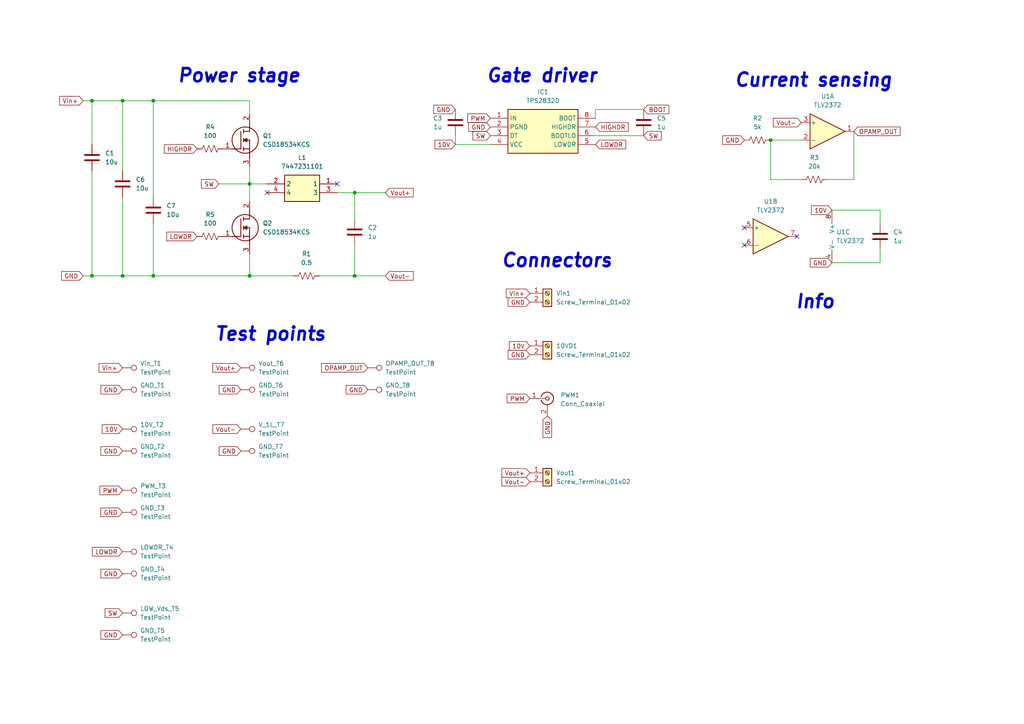
<source format=kicad_sch>
(kicad_sch (version 20250114) (generator "eeschema") (generator_version "9.0")
  (paper "A4")
  (lib_symbols
    (symbol "Amplifier_Operational:TLV2372" (pin_names (offset 0.127))
      (property "Reference" "U" (at 0 5.08 0))
      (property "Value" "TLV2372" (at 0 -5.08 0))
      (symbol "TLV2372_1_1"
        (polyline (pts (xy -5.08 5.08) (xy 5.08 0) (xy -5.08 -5.08) (xy -5.08 5.08)) (stroke (width 0.254)) (fill (type background)))
        (pin input line (at -7.62 2.54 0) (length 2.54) (name "+") (number "3"))
        (pin input line (at -7.62 -2.54 0) (length 2.54) (name "-") (number "2"))
        (pin output line (at 7.62 0 180) (length 2.54) (name "~") (number "1"))
      )
      (symbol "TLV2372_2_1"
        (polyline (pts (xy -5.08 5.08) (xy 5.08 0) (xy -5.08 -5.08) (xy -5.08 5.08)) (stroke (width 0.254)) (fill (type background)))
        (pin input line (at -7.62 2.54 0) (length 2.54) (name "+") (number "5"))
        (pin input line (at -7.62 -2.54 0) (length 2.54) (name "-") (number "6"))
        (pin output line (at 7.62 0 180) (length 2.54) (name "~") (number "7"))
      )
      (symbol "TLV2372_3_1"
        (pin power_in line (at -2.54 7.62 270) (length 3.81) (name "V+") (number "8"))
        (pin power_in line (at -2.54 -7.62 90) (length 3.81) (name "V-") (number "4"))
      )
    )
    (symbol "BuckParts:7447231101"
      (property "Reference" "L" (at 0 0 0))
      (property "Value" "7447231101" (at 0 0 0))
      (symbol "7447231101_1_1"
        (rectangle (start 5.08 2.54) (end 15.24 -5.08) (stroke (width 0.254)) (fill (type background)))
        (pin passive line (at 0 0 0) (length 5.08) (name "3") (number "3"))
        (pin passive line (at 0 -2.54 0) (length 5.08) (name "1") (number "1"))
        (pin passive line (at 20.32 0 180) (length 5.08) (name "4") (number "4"))
        (pin passive line (at 20.32 -2.54 180) (length 5.08) (name "2") (number "2"))
      )
    )
    (symbol "BuckParts:CSD18534KCS" (pin_names (hide yes))
      (property "Reference" "Q" (at 0 0 0))
      (property "Value" "CSD18534KCS" (at 0 0 0))
      (symbol "CSD18534KCS_1_1"
        (polyline (pts (xy 2.54 0) (xy 5.08 0)) (stroke (width 0.254)))
        (polyline (pts (xy 5.08 5.08) (xy 5.08 0)) (stroke (width 0.254)))
        (polyline (pts (xy 5.842 5.588) (xy 5.842 4.572)) (stroke (width 0.254)))
        (polyline (pts (xy 5.842 2.54) (xy 6.858 3.048) (xy 6.858 2.032) (xy 5.842 2.54)) (stroke (width 0.254)) (fill (type outline)))
        (polyline (pts (xy 5.842 2.032) (xy 5.842 3.048)) (stroke (width 0.254)))
        (polyline (pts (xy 5.842 0) (xy 7.62 0)) (stroke (width 0.254)))
        (polyline (pts (xy 5.842 -0.508) (xy 5.842 0.508)) (stroke (width 0.254)))
        (circle (center 6.35 2.54) (radius 3.81) (stroke (width 0.254)))
        (polyline (pts (xy 7.62 5.08) (xy 5.842 5.08)) (stroke (width 0.254)))
        (polyline (pts (xy 7.62 5.08) (xy 7.62 7.62)) (stroke (width 0.254)))
        (polyline (pts (xy 7.62 2.54) (xy 5.842 2.54)) (stroke (width 0.254)))
        (polyline (pts (xy 7.62 2.54) (xy 7.62 -2.54)) (stroke (width 0.254)))
        (pin passive line (at 0 0 0) (length 2.54) (name "G") (number "1"))
        (pin passive line (at 7.62 10.16 270) (length 2.54) (name "D") (number "2"))
        (pin passive line (at 7.62 -5.08 90) (length 2.54) (name "S") (number "3"))
      )
    )
    (symbol "BuckParts:TPS2832D"
      (property "Reference" "IC" (at 0 0 0))
      (property "Value" "TPS2832D" (at 0 0 0))
      (symbol "TPS2832D_1_1"
        (rectangle (start 5.08 2.54) (end 25.4 -10.16) (stroke (width 0.254)) (fill (type background)))
        (pin passive line (at 0 0 0) (length 5.08) (name "IN") (number "1"))
        (pin passive line (at 0 -2.54 0) (length 5.08) (name "PGND") (number "2"))
        (pin passive line (at 0 -5.08 0) (length 5.08) (name "DT") (number "3"))
        (pin passive line (at 0 -7.62 0) (length 5.08) (name "VCC") (number "4"))
        (pin passive line (at 30.48 0 180) (length 5.08) (name "BOOT") (number "8"))
        (pin passive line (at 30.48 -2.54 180) (length 5.08) (name "HIGHDR") (number "7"))
        (pin passive line (at 30.48 -5.08 180) (length 5.08) (name "BOOTLO") (number "6"))
        (pin passive line (at 30.48 -7.62 180) (length 5.08) (name "LOWDR") (number "5"))
      )
    )
    (symbol "Connector:Conn_Coaxial" (pin_names (offset 1.016) (hide yes))
      (property "Reference" "J" (at 0.254 3.048 0))
      (property "Value" "Conn_Coaxial" (at 2.921 0 90))
      (symbol "Conn_Coaxial_0_1"
        (polyline (pts (xy -2.54 0) (xy -0.508 0)))
        (arc (start 1.778 0) (mid 0.222 -1.8079) (end -1.778 -0.508) (stroke (width 0.254)))
        (arc (start -1.778 0.508) (mid 0.2221 1.8084) (end 1.778 0) (stroke (width 0.254)))
        (circle (center 0 0) (radius 0.508) (stroke (width 0.2032)))
        (polyline (pts (xy 0 -2.54) (xy 0 -1.778)))
      )
      (symbol "Conn_Coaxial_1_1"
        (pin passive line (at -5.08 0 0) (length 2.54) (name "In") (number "1"))
        (pin passive line (at 0 -5.08 90) (length 2.54) (name "Ext") (number "2"))
      )
    )
    (symbol "Connector:Screw_Terminal_01x02" (pin_names (offset 1.016) (hide yes))
      (property "Reference" "J" (at 0 2.54 0))
      (property "Value" "Screw_Terminal_01x02" (at 0 -5.08 0))
      (symbol "Screw_Terminal_01x02_1_1"
        (rectangle (start -1.27 1.27) (end 1.27 -3.81) (stroke (width 0.254)) (fill (type background)))
        (polyline (pts (xy -0.5334 0.3302) (xy 0.3302 -0.508)) (stroke (width 0.1524)))
        (polyline (pts (xy -0.5334 -2.2098) (xy 0.3302 -3.048)) (stroke (width 0.1524)))
        (polyline (pts (xy -0.3556 0.508) (xy 0.508 -0.3302)) (stroke (width 0.1524)))
        (polyline (pts (xy -0.3556 -2.032) (xy 0.508 -2.8702)) (stroke (width 0.1524)))
        (circle (center 0 0) (radius 0.635) (stroke (width 0.1524)))
        (circle (center 0 -2.54) (radius 0.635) (stroke (width 0.1524)))
        (pin passive line (at -5.08 0 0) (length 3.81) (name "Pin_1") (number "1"))
        (pin passive line (at -5.08 -2.54 0) (length 3.81) (name "Pin_2") (number "2"))
      )
    )
    (symbol "Connector:TestPoint" (pin_numbers (hide yes)) (pin_names (offset 0.762) (hide yes))
      (property "Reference" "TP" (at 0 6.858 0))
      (property "Value" "TestPoint" (at 0 5.08 0))
      (symbol "TestPoint_0_1"
        (circle (center 0 3.302) (radius 0.762))
      )
      (symbol "TestPoint_1_1"
        (pin passive line (at 0 0 90) (length 2.54) (name "1") (number "1"))
      )
    )
    (symbol "Device:C" (pin_numbers (hide yes)) (pin_names (offset 0.254))
      (property "Reference" "C" (at 0.635 2.54 0))
      (property "Value" "C" (at 0.635 -2.54 0))
      (symbol "C_0_1"
        (polyline (pts (xy -2.032 0.762) (xy 2.032 0.762)) (stroke (width 0.508)))
        (polyline (pts (xy -2.032 -0.762) (xy 2.032 -0.762)) (stroke (width 0.508)))
      )
      (symbol "C_1_1"
        (pin passive line (at 0 3.81 270) (length 2.794) (name "~") (number "1"))
        (pin passive line (at 0 -3.81 90) (length 2.794) (name "~") (number "2"))
      )
    )
    (symbol "Device:R_US" (pin_numbers (hide yes)) (pin_names (offset 0))
      (property "Reference" "R" (at 2.54 0 90))
      (property "Value" "R_US" (at -2.54 0 90))
      (symbol "R_US_0_1"
        (polyline (pts (xy 0 2.286) (xy 0 2.54)))
        (polyline (pts (xy 0 2.286) (xy 1.016 1.905) (xy 0 1.524) (xy -1.016 1.143) (xy 0 0.762)))
        (polyline (pts (xy 0 0.762) (xy 1.016 0.381) (xy 0 0) (xy -1.016 -0.381) (xy 0 -0.762)))
        (polyline (pts (xy 0 -0.762) (xy 1.016 -1.143) (xy 0 -1.524) (xy -1.016 -1.905) (xy 0 -2.286)))
        (polyline (pts (xy 0 -2.286) (xy 0 -2.54)))
      )
      (symbol "R_US_1_1"
        (pin passive line (at 0 3.81 270) (length 1.27) (name "~") (number "1"))
        (pin passive line (at 0 -3.81 90) (length 1.27) (name "~") (number "2"))
      )
    )
  )
  (text "Current sensing" (at 235.966 23.368 0) (effects (font (size 3.81 3.81) (thickness 0.762) (bold yes) (italic yes))))
  (text "Info" (at 236.474 87.63 0) (effects (font (size 3.81 3.81) (thickness 0.762) (bold yes) (italic yes))))
  (text "Gate driver\n" (at 157.226 22.098 0) (effects (font (size 3.81 3.81) (thickness 0.762) (bold yes) (italic yes))))
  (text "Connectors" (at 161.544 75.692 0) (effects (font (size 3.81 3.81) (thickness 0.762) (bold yes) (italic yes))))
  (text "Test points" (at 78.486 97.028 0) (effects (font (size 3.81 3.81) (thickness 0.762) (bold yes) (italic yes))))
  (text "Power stage" (at 69.342 22.098 0) (effects (font (size 3.81 3.81) (thickness 0.762) (bold yes) (italic yes))))
  (junction (at 72.39 80.01))
  (junction (at 26.67 80.01))
  (junction (at 35.56 29.21))
  (junction (at 26.67 29.21))
  (junction (at 35.56 80.01))
  (junction (at 72.39 53.34))
  (junction (at 44.45 29.21))
  (junction (at 44.45 80.01))
  (junction (at 102.87 80.01))
  (junction (at 102.87 55.88))
  (junction (at 223.52 40.64))
  (no_connect (at 77.47 55.88))
  (no_connect (at 215.9 66.04))
  (no_connect (at 215.9 71.12))
  (no_connect (at 231.14 68.58))
  (no_connect (at 97.79 53.34))
  (wire (pts (xy 72.39 48.26) (xy 72.39 53.34)))
  (wire (pts (xy 102.87 80.01) (xy 102.87 71.12)))
  (wire (pts (xy 92.71 80.01) (xy 102.87 80.01)))
  (wire (pts (xy 247.65 52.07) (xy 240.03 52.07)))
  (wire (pts (xy 63.5 53.34) (xy 72.39 53.34)))
  (wire (pts (xy 35.56 29.21) (xy 35.56 49.53)))
  (wire (pts (xy 102.87 55.88) (xy 102.87 63.5)))
  (wire (pts (xy 26.67 49.53) (xy 26.67 80.01)))
  (wire (pts (xy 35.56 80.01) (xy 44.45 80.01)))
  (wire (pts (xy 72.39 33.02) (xy 72.39 29.21)))
  (wire (pts (xy 172.72 31.75) (xy 172.72 34.29)))
  (wire (pts (xy 44.45 80.01) (xy 72.39 80.01)))
  (wire (pts (xy 102.87 80.01) (xy 111.76 80.01)))
  (wire (pts (xy 232.41 52.07) (xy 223.52 52.07)))
  (wire (pts (xy 102.87 55.88) (xy 111.76 55.88)))
  (wire (pts (xy 72.39 53.34) (xy 77.47 53.34)))
  (wire (pts (xy 24.13 80.01) (xy 26.67 80.01)))
  (wire (pts (xy 186.69 31.75) (xy 172.72 31.75)))
  (wire (pts (xy 35.56 57.15) (xy 35.56 80.01)))
  (wire (pts (xy 223.52 52.07) (xy 223.52 40.64)))
  (wire (pts (xy 44.45 64.77) (xy 44.45 80.01)))
  (wire (pts (xy 172.72 39.37) (xy 186.69 39.37)))
  (wire (pts (xy 255.27 64.77) (xy 255.27 60.96)))
  (wire (pts (xy 255.27 60.96) (xy 241.3 60.96)))
  (wire (pts (xy 44.45 57.15) (xy 44.45 29.21)))
  (wire (pts (xy 132.08 41.91) (xy 142.24 41.91)))
  (wire (pts (xy 44.45 29.21) (xy 72.39 29.21)))
  (wire (pts (xy 26.67 80.01) (xy 35.56 80.01)))
  (wire (pts (xy 72.39 73.66) (xy 72.39 80.01)))
  (wire (pts (xy 97.79 55.88) (xy 102.87 55.88)))
  (wire (pts (xy 247.65 38.1) (xy 247.65 52.07)))
  (wire (pts (xy 132.08 39.37) (xy 132.08 41.91)))
  (wire (pts (xy 24.13 29.21) (xy 26.67 29.21)))
  (wire (pts (xy 26.67 41.91) (xy 26.67 29.21)))
  (wire (pts (xy 26.67 29.21) (xy 35.56 29.21)))
  (wire (pts (xy 223.52 40.64) (xy 232.41 40.64)))
  (wire (pts (xy 72.39 53.34) (xy 72.39 58.42)))
  (wire (pts (xy 72.39 80.01) (xy 85.09 80.01)))
  (wire (pts (xy 255.27 76.2) (xy 255.27 72.39)))
  (wire (pts (xy 241.3 76.2) (xy 255.27 76.2)))
  (wire (pts (xy 44.45 29.21) (xy 35.56 29.21)))
  (global_label "Vout-" (shape input) (at 153.67 139.7 180) (property "Intersheetrefs" "${INTERSHEET_REFS}" (effects (hide yes))))
  (global_label "LOWDR" (shape input) (at 35.56 160.02 180) (property "Intersheetrefs" "${INTERSHEET_REFS}" (effects (hide yes))))
  (global_label "BOOT" (shape input) (at 186.69 31.75 0) (property "Intersheetrefs" "${INTERSHEET_REFS}" (effects (hide yes))))
  (global_label "SW" (shape input) (at 63.5 53.34 180) (property "Intersheetrefs" "${INTERSHEET_REFS}" (effects (hide yes))))
  (global_label "Vout+" (shape input) (at 153.67 137.16 180) (property "Intersheetrefs" "${INTERSHEET_REFS}" (effects (hide yes))))
  (global_label "GND" (shape input) (at 69.85 130.81 180) (property "Intersheetrefs" "${INTERSHEET_REFS}" (effects (hide yes))))
  (global_label "Vout-" (shape input) (at 111.76 80.01 0) (property "Intersheetrefs" "${INTERSHEET_REFS}" (effects (hide yes))))
  (global_label "PWM" (shape input) (at 153.67 115.57 180) (property "Intersheetrefs" "${INTERSHEET_REFS}" (effects (hide yes))))
  (global_label "OPAMP_OUT" (shape input) (at 247.65 38.1 0) (property "Intersheetrefs" "${INTERSHEET_REFS}" (effects (hide yes))))
  (global_label "GND" (shape input) (at 153.67 102.87 180) (property "Intersheetrefs" "${INTERSHEET_REFS}" (effects (hide yes))))
  (global_label "GND" (shape input) (at 132.08 31.75 180) (property "Intersheetrefs" "${INTERSHEET_REFS}" (effects (hide yes))))
  (global_label "GND" (shape input) (at 35.56 148.59 180) (property "Intersheetrefs" "${INTERSHEET_REFS}" (effects (hide yes))))
  (global_label "GND" (shape input) (at 106.68 113.03 180) (property "Intersheetrefs" "${INTERSHEET_REFS}" (effects (hide yes))))
  (global_label "10V" (shape input) (at 153.67 100.33 180) (property "Intersheetrefs" "${INTERSHEET_REFS}" (effects (hide yes))))
  (global_label "GND" (shape input) (at 241.3 76.2 180) (property "Intersheetrefs" "${INTERSHEET_REFS}" (effects (hide yes))))
  (global_label "Vout+" (shape input) (at 69.85 106.68 180) (property "Intersheetrefs" "${INTERSHEET_REFS}" (effects (hide yes))))
  (global_label "Vout-" (shape input) (at 69.85 124.46 180) (property "Intersheetrefs" "${INTERSHEET_REFS}" (effects (hide yes))))
  (global_label "LOWDR" (shape input) (at 57.15 68.58 180) (property "Intersheetrefs" "${INTERSHEET_REFS}" (effects (hide yes))))
  (global_label "PWM" (shape input) (at 35.56 142.24 180) (property "Intersheetrefs" "${INTERSHEET_REFS}" (effects (hide yes))))
  (global_label "GND" (shape input) (at 35.56 184.15 180) (property "Intersheetrefs" "${INTERSHEET_REFS}" (effects (hide yes))))
  (global_label "GND" (shape input) (at 215.9 40.64 180) (property "Intersheetrefs" "${INTERSHEET_REFS}" (effects (hide yes))))
  (global_label "GND" (shape input) (at 142.24 36.83 180) (property "Intersheetrefs" "${INTERSHEET_REFS}" (effects (hide yes))))
  (global_label "Vin+" (shape input) (at 35.56 106.68 180) (property "Intersheetrefs" "${INTERSHEET_REFS}" (effects (hide yes))))
  (global_label "PWM" (shape input) (at 142.24 34.29 180) (property "Intersheetrefs" "${INTERSHEET_REFS}" (effects (hide yes))))
  (global_label "SW" (shape input) (at 186.69 39.37 0) (property "Intersheetrefs" "${INTERSHEET_REFS}" (effects (hide yes))))
  (global_label "Vout+" (shape input) (at 111.76 55.88 0) (property "Intersheetrefs" "${INTERSHEET_REFS}" (effects (hide yes))))
  (global_label "SW" (shape input) (at 35.56 177.8 180) (property "Intersheetrefs" "${INTERSHEET_REFS}" (effects (hide yes))))
  (global_label "Vout-" (shape input) (at 232.41 35.56 180) (property "Intersheetrefs" "${INTERSHEET_REFS}" (effects (hide yes))))
  (global_label "GND" (shape input) (at 24.13 80.01 180) (property "Intersheetrefs" "${INTERSHEET_REFS}" (effects (hide yes))))
  (global_label "GND" (shape input) (at 35.56 113.03 180) (property "Intersheetrefs" "${INTERSHEET_REFS}" (effects (hide yes))))
  (global_label "GND" (shape input) (at 35.56 130.81 180) (property "Intersheetrefs" "${INTERSHEET_REFS}" (effects (hide yes))))
  (global_label "GND" (shape input) (at 158.75 120.65 270) (property "Intersheetrefs" "${INTERSHEET_REFS}" (effects (hide yes))))
  (global_label "10V" (shape input) (at 35.56 124.46 180) (property "Intersheetrefs" "${INTERSHEET_REFS}" (effects (hide yes))))
  (global_label "HIGHDR" (shape input) (at 57.15 43.18 180) (property "Intersheetrefs" "${INTERSHEET_REFS}" (effects (hide yes))))
  (global_label "10V" (shape input) (at 241.3 60.96 180) (property "Intersheetrefs" "${INTERSHEET_REFS}" (effects (hide yes))))
  (global_label "LOWDR" (shape input) (at 172.72 41.91 0) (property "Intersheetrefs" "${INTERSHEET_REFS}" (effects (hide yes))))
  (global_label "Vin+" (shape input) (at 24.13 29.21 180) (property "Intersheetrefs" "${INTERSHEET_REFS}" (effects (hide yes))))
  (global_label "SW" (shape input) (at 142.24 39.37 180) (property "Intersheetrefs" "${INTERSHEET_REFS}" (effects (hide yes))))
  (global_label "GND" (shape input) (at 69.85 113.03 180) (property "Intersheetrefs" "${INTERSHEET_REFS}" (effects (hide yes))))
  (global_label "GND" (shape input) (at 153.67 87.63 180) (property "Intersheetrefs" "${INTERSHEET_REFS}" (effects (hide yes))))
  (global_label "OPAMP_OUT" (shape input) (at 106.68 106.68 180) (property "Intersheetrefs" "${INTERSHEET_REFS}" (effects (hide yes))))
  (global_label "Vin+" (shape input) (at 153.67 85.09 180) (property "Intersheetrefs" "${INTERSHEET_REFS}" (effects (hide yes))))
  (global_label "HIGHDR" (shape input) (at 172.72 36.83 0) (property "Intersheetrefs" "${INTERSHEET_REFS}" (effects (hide yes))))
  (global_label "10V" (shape input) (at 132.08 41.91 180) (property "Intersheetrefs" "${INTERSHEET_REFS}" (effects (hide yes))))
  (global_label "GND" (shape input) (at 35.56 166.37 180) (property "Intersheetrefs" "${INTERSHEET_REFS}" (effects (hide yes))))
  (symbol (lib_id "Device:C") (at 255.27 68.58 0) (unit 1)
    (property "Reference" "C4" (at 259.08 67.3099 0) (effects (justify left)))
    (property "Value" "1u" (at 259.08 69.8499 0) (effects (justify left)))
    (property "Footprint" "Capacitor_THT:C_Disc_D3.8mm_W2.6mm_P2.50mm" (effects (hide yes)))
    (property "Description" "Unpolarized capacitor" (effects (hide yes)))
  )
  (symbol (lib_id "Connector:TestPoint") (at 35.56 106.68 270) (unit 1)
    (property "Reference" "Vin_T1" (at 40.64 105.4099 90) (effects (justify left)))
    (property "Value" "TestPoint" (at 40.64 107.9499 90) (effects (justify left)))
    (property "Footprint" "TestPoint:TestPoint_Keystone_5010-5014_Multipurpose" (effects (hide yes)))
    (property "Description" "test point" (effects (hide yes)))
  )
  (symbol (lib_id "Device:C") (at 186.69 35.56 0) (unit 1)
    (property "Reference" "C5" (at 190.5 34.2899 0) (effects (justify left)))
    (property "Value" "1u" (at 190.5 36.8299 0) (effects (justify left)))
    (property "Footprint" "Capacitor_THT:C_Disc_D3.8mm_W2.6mm_P2.50mm" (effects (hide yes)))
    (property "Description" "Unpolarized capacitor" (effects (hide yes)))
  )
  (symbol (lib_id "Connector:TestPoint") (at 35.56 113.03 270) (unit 1)
    (property "Reference" "GND_T1" (at 40.64 111.7599 90) (effects (justify left)))
    (property "Value" "TestPoint" (at 40.64 114.2999 90) (effects (justify left)))
    (property "Footprint" "TestPoint:TestPoint_Keystone_5010-5014_Multipurpose" (effects (hide yes)))
    (property "Description" "test point" (effects (hide yes)))
  )
  (symbol (lib_id "Connector:Conn_Coaxial") (at 158.75 115.57 0) (unit 1)
    (property "Reference" "PWM1" (at 162.56 114.5931 0) (effects (justify left)))
    (property "Value" "Conn_Coaxial" (at 162.56 117.1331 0) (effects (justify left)))
    (property "Footprint" "Connector_Coaxial:BNC_Amphenol_B6252HB-NPP3G-50_Horizontal" (effects (hide yes)))
    (property "Description" "coaxial connector (BNC, SMA, SMB, SMC, Cinch/RCA, LEMO, ...)" (effects (hide yes)))
  )
  (symbol (lib_id "Device:R_US") (at 60.96 68.58 90) (unit 1)
    (property "Reference" "R5" (at 60.96 62.23 90))
    (property "Value" "100" (at 60.96 64.77 90))
    (property "Footprint" "Resistor_THT:R_Axial_DIN0207_L6.3mm_D2.5mm_P10.16mm_Horizontal" (effects (hide yes)))
    (property "Description" "Resistor, US symbol" (effects (hide yes)))
  )
  (symbol (lib_id "BuckParts:7447231101") (at 97.79 55.88 180) (unit 1)
    (property "Reference" "L1" (at 87.63 45.72 0))
    (property "Value" "7447231101" (at 87.63 48.26 0))
    (property "Footprint" "BuckParts:7447231101" (effects (hide yes)))
    (property "Description" "WURTH ELEKTRONIK - 7447231101 - Inductor, Radial, WE-TIF Series, 100 H, 2.6 A, 3.1 A, 0.09 ohm, +/- 10%" (effects (hide yes)))
    (property "Reference_1" "L" (effects (hide yes)))
    (property "Value_1" "7447231101" (effects (hide yes)))
    (property "Footprint_1" "7447231101" (effects (hide yes)))
    (property "Datasheet_1" "https://www.we-online.com/components/products/datasheet/7447231101.pdf" (effects (hide yes)))
    (property "Height" "19" (effects (hide yes)))
    (property "Manufacturer_Name" "Wurth Elektronik" (effects (hide yes)))
    (property "Manufacturer_Part_Number" "7447231101" (effects (hide yes)))
  )
  (symbol (lib_id "Device:C") (at 132.08 35.56 0) (mirror y) (unit 1)
    (property "Reference" "C3" (at 128.27 34.2899 0) (effects (justify left)))
    (property "Value" "1u" (at 128.27 36.8299 0) (effects (justify left)))
    (property "Footprint" "Capacitor_THT:C_Disc_D3.8mm_W2.6mm_P2.50mm" (effects (hide yes)))
    (property "Description" "Unpolarized capacitor" (effects (hide yes)))
  )
  (symbol (lib_id "Device:C") (at 44.45 60.96 0) (unit 1)
    (property "Reference" "C7" (at 48.26 59.6899 0) (effects (justify left)))
    (property "Value" "10u" (at 48.26 62.2299 0) (effects (justify left)))
    (property "Footprint" "Capacitor_THT:C_Disc_D3.8mm_W2.6mm_P2.50mm" (effects (hide yes)))
    (property "Description" "Unpolarized capacitor" (effects (hide yes)))
  )
  (symbol (lib_id "BuckParts:CSD18534KCS") (at 64.77 43.18 0) (unit 1)
    (property "Reference" "Q1" (at 76.2 39.3699 0) (effects (justify left)))
    (property "Value" "CSD18534KCS" (at 76.2 41.9099 0) (effects (justify left)))
    (property "Footprint" "Package_TO_SOT_THT:TO-220-3_Vertical" (effects (hide yes)))
    (property "Description" "60V, N ch NexFET MOSFET, single TO-220, 9.5mOhm" (effects (hide yes)))
    (property "Reference_1" "Q" (effects (hide yes)))
    (property "Value_1" "CSD18534KCS" (effects (hide yes)))
    (property "Footprint_1" "TO254P470X1016X2016-3P" (effects (hide yes)))
    (property "Datasheet_1" "http://www.ti.com/lit/gpn/csd18534kcs" (effects (hide yes)))
    (property "Height" "4.7" (effects (hide yes)))
    (property "Manufacturer_Name" "Texas Instruments" (effects (hide yes)))
    (property "Manufacturer_Part_Number" "CSD18534KCS" (effects (hide yes)))
    (property "Mouser Part Number" "595-CSD18534KCS" (effects (hide yes)))
    (property "Mouser Price/Stock" "https://www.mouser.co.uk/ProductDetail/Texas-Instruments/CSD18534KCS?qs=VMlqFFbv3sSW0HsheI%252B2WQ%3D%3D" (effects (hide yes)))
    (property "Arrow Part Number" "CSD18534KCS" (effects (hide yes)))
    (property "Arrow Price/Stock" "https://www.arrow.com/en/products/csd18534kcs/texas-instruments?region=nac" (effects (hide yes)))
  )
  (symbol (lib_id "Amplifier_Operational:TLV2372") (at 223.52 68.58 0) (unit 2)
    (property "Reference" "U1" (at 223.52 58.42 0))
    (property "Value" "TLV2372" (at 223.52 60.96 0))
    (property "Footprint" "Package_SO:SO-8_3.9x4.9mm_P1.27mm" (effects (hide yes)))
    (property "Datasheet" "http://www.ti.com/lit/ds/symlink/tlv2375.pdf" (effects (hide yes)))
    (property "Description" "Dual Rail-to-Rail Input/Output Operational Amplifier, DIP-8/SOIC-8/VSSOP-8" (effects (hide yes)))
  )
  (symbol (lib_id "Connector:TestPoint") (at 35.56 177.8 270) (unit 1)
    (property "Reference" "LOW_Vds_T5" (at 40.64 176.5299 90) (effects (justify left)))
    (property "Value" "TestPoint" (at 40.64 179.0699 90) (effects (justify left)))
    (property "Footprint" "TestPoint:TestPoint_Keystone_5010-5014_Multipurpose" (effects (hide yes)))
    (property "Description" "test point" (effects (hide yes)))
  )
  (symbol (lib_id "BuckParts:CSD18534KCS") (at 64.77 68.58 0) (unit 1)
    (property "Reference" "Q2" (at 76.2 64.7699 0) (effects (justify left)))
    (property "Value" "CSD18534KCS" (at 76.2 67.3099 0) (effects (justify left)))
    (property "Footprint" "Package_TO_SOT_THT:TO-220-3_Vertical" (effects (hide yes)))
    (property "Description" "60V, N ch NexFET MOSFET, single TO-220, 9.5mOhm" (effects (hide yes)))
    (property "Reference_1" "Q" (effects (hide yes)))
    (property "Value_1" "CSD18534KCS" (effects (hide yes)))
    (property "Footprint_1" "TO254P470X1016X2016-3P" (effects (hide yes)))
    (property "Datasheet_1" "http://www.ti.com/lit/gpn/csd18534kcs" (effects (hide yes)))
    (property "Height" "4.7" (effects (hide yes)))
    (property "Manufacturer_Name" "Texas Instruments" (effects (hide yes)))
    (property "Manufacturer_Part_Number" "CSD18534KCS" (effects (hide yes)))
    (property "Mouser Part Number" "595-CSD18534KCS" (effects (hide yes)))
    (property "Mouser Price/Stock" "https://www.mouser.co.uk/ProductDetail/Texas-Instruments/CSD18534KCS?qs=VMlqFFbv3sSW0HsheI%252B2WQ%3D%3D" (effects (hide yes)))
    (property "Arrow Part Number" "CSD18534KCS" (effects (hide yes)))
    (property "Arrow Price/Stock" "https://www.arrow.com/en/products/csd18534kcs/texas-instruments?region=nac" (effects (hide yes)))
  )
  (symbol (lib_id "Connector:Screw_Terminal_01x02") (at 158.75 100.33 0) (unit 1)
    (property "Reference" "10VD1" (at 161.29 100.3299 0) (effects (justify left)))
    (property "Value" "Screw_Terminal_01x02" (at 161.29 102.8699 0) (effects (justify left)))
    (property "Footprint" "Connector_Phoenix_MSTB:PhoenixContact_MSTBA_2,5_2-G_1x02_P5.00mm_Horizontal" (effects (hide yes)))
    (property "Description" "Generic screw terminal, single row, 01x02, script generated (kicad-library-utils/schlib/autogen/connector/)" (effects (hide yes)))
  )
  (symbol (lib_id "Device:R_US") (at 236.22 52.07 90) (unit 1)
    (property "Reference" "R3" (at 236.22 45.72 90))
    (property "Value" "20k" (at 236.22 48.26 90))
    (property "Footprint" "Resistor_THT:R_Axial_DIN0207_L6.3mm_D2.5mm_P10.16mm_Horizontal" (effects (hide yes)))
    (property "Description" "Resistor, US symbol" (effects (hide yes)))
  )
  (symbol (lib_id "Amplifier_Operational:TLV2372") (at 240.03 38.1 0) (unit 1)
    (property "Reference" "U1" (at 240.03 27.94 0))
    (property "Value" "TLV2372" (at 240.03 30.48 0))
    (property "Footprint" "Package_SO:SO-8_3.9x4.9mm_P1.27mm" (effects (hide yes)))
    (property "Datasheet" "http://www.ti.com/lit/ds/symlink/tlv2375.pdf" (effects (hide yes)))
    (property "Description" "Dual Rail-to-Rail Input/Output Operational Amplifier, DIP-8/SOIC-8/VSSOP-8" (effects (hide yes)))
  )
  (symbol (lib_id "Connector:TestPoint") (at 35.56 124.46 270) (unit 1)
    (property "Reference" "10V_T2" (at 40.64 123.1899 90) (effects (justify left)))
    (property "Value" "TestPoint" (at 40.64 125.7299 90) (effects (justify left)))
    (property "Footprint" "TestPoint:TestPoint_Keystone_5010-5014_Multipurpose" (effects (hide yes)))
    (property "Description" "test point" (effects (hide yes)))
  )
  (symbol (lib_id "Amplifier_Operational:TLV2372") (at 243.84 68.58 0) (unit 3)
    (property "Reference" "U1" (at 242.57 67.3099 0) (effects (justify left)))
    (property "Value" "TLV2372" (at 242.57 69.8499 0) (effects (justify left)))
    (property "Footprint" "Package_SO:SO-8_3.9x4.9mm_P1.27mm" (effects (hide yes)))
    (property "Datasheet" "http://www.ti.com/lit/ds/symlink/tlv2375.pdf" (effects (hide yes)))
    (property "Description" "Dual Rail-to-Rail Input/Output Operational Amplifier, DIP-8/SOIC-8/VSSOP-8" (effects (hide yes)))
  )
  (symbol (lib_id "Connector:TestPoint") (at 69.85 130.81 270) (unit 1)
    (property "Reference" "GND_T7" (at 74.93 129.5399 90) (effects (justify left)))
    (property "Value" "TestPoint" (at 74.93 132.0799 90) (effects (justify left)))
    (property "Footprint" "TestPoint:TestPoint_Keystone_5010-5014_Multipurpose" (effects (hide yes)))
    (property "Description" "test point" (effects (hide yes)))
  )
  (symbol (lib_id "Connector:TestPoint") (at 35.56 166.37 270) (unit 1)
    (property "Reference" "GND_T4" (at 40.64 165.0999 90) (effects (justify left)))
    (property "Value" "TestPoint" (at 40.64 167.6399 90) (effects (justify left)))
    (property "Footprint" "TestPoint:TestPoint_Keystone_5010-5014_Multipurpose" (effects (hide yes)))
    (property "Description" "test point" (effects (hide yes)))
  )
  (symbol (lib_id "Connector:Screw_Terminal_01x02") (at 158.75 137.16 0) (unit 1)
    (property "Reference" "Vout1" (at 161.29 137.1599 0) (effects (justify left)))
    (property "Value" "Screw_Terminal_01x02" (at 161.29 139.6999 0) (effects (justify left)))
    (property "Footprint" "Connector_Phoenix_MSTB:PhoenixContact_MSTBA_2,5_2-G_1x02_P5.00mm_Horizontal" (effects (hide yes)))
    (property "Description" "Generic screw terminal, single row, 01x02, script generated (kicad-library-utils/schlib/autogen/connector/)" (effects (hide yes)))
  )
  (symbol (lib_id "Device:C") (at 26.67 45.72 0) (unit 1)
    (property "Reference" "C1" (at 30.48 44.4499 0) (effects (justify left)))
    (property "Value" "10u" (at 30.48 46.9899 0) (effects (justify left)))
    (property "Footprint" "Capacitor_THT:C_Disc_D3.8mm_W2.6mm_P2.50mm" (effects (hide yes)))
    (property "Description" "Unpolarized capacitor" (effects (hide yes)))
  )
  (symbol (lib_id "Connector:TestPoint") (at 35.56 142.24 270) (unit 1)
    (property "Reference" "PWM_T3" (at 40.64 140.9699 90) (effects (justify left)))
    (property "Value" "TestPoint" (at 40.64 143.5099 90) (effects (justify left)))
    (property "Footprint" "TestPoint:TestPoint_Keystone_5010-5014_Multipurpose" (effects (hide yes)))
    (property "Description" "test point" (effects (hide yes)))
  )
  (symbol (lib_id "Connector:TestPoint") (at 69.85 124.46 270) (unit 1)
    (property "Reference" "V_1L_T7" (at 74.93 123.1899 90) (effects (justify left)))
    (property "Value" "TestPoint" (at 74.93 125.7299 90) (effects (justify left)))
    (property "Footprint" "TestPoint:TestPoint_Keystone_5010-5014_Multipurpose" (effects (hide yes)))
    (property "Description" "test point" (effects (hide yes)))
  )
  (symbol (lib_id "Device:R_US") (at 60.96 43.18 90) (unit 1)
    (property "Reference" "R4" (at 60.96 36.83 90))
    (property "Value" "100" (at 60.96 39.37 90))
    (property "Footprint" "Resistor_THT:R_Axial_DIN0207_L6.3mm_D2.5mm_P10.16mm_Horizontal" (effects (hide yes)))
    (property "Description" "Resistor, US symbol" (effects (hide yes)))
  )
  (symbol (lib_id "Connector:TestPoint") (at 106.68 113.03 270) (unit 1)
    (property "Reference" "GND_T8" (at 111.76 111.7599 90) (effects (justify left)))
    (property "Value" "TestPoint" (at 111.76 114.2999 90) (effects (justify left)))
    (property "Footprint" "TestPoint:TestPoint_Keystone_5010-5014_Multipurpose" (effects (hide yes)))
    (property "Description" "test point" (effects (hide yes)))
  )
  (symbol (lib_id "Connector:TestPoint") (at 35.56 148.59 270) (unit 1)
    (property "Reference" "GND_T3" (at 40.64 147.3199 90) (effects (justify left)))
    (property "Value" "TestPoint" (at 40.64 149.8599 90) (effects (justify left)))
    (property "Footprint" "TestPoint:TestPoint_Keystone_5010-5014_Multipurpose" (effects (hide yes)))
    (property "Description" "test point" (effects (hide yes)))
  )
  (symbol (lib_id "Connector:TestPoint") (at 35.56 160.02 270) (unit 1)
    (property "Reference" "LOWDR_T4" (at 40.64 158.7499 90) (effects (justify left)))
    (property "Value" "TestPoint" (at 40.64 161.2899 90) (effects (justify left)))
    (property "Footprint" "TestPoint:TestPoint_Keystone_5010-5014_Multipurpose" (effects (hide yes)))
    (property "Description" "test point" (effects (hide yes)))
  )
  (symbol (lib_id "Connector:Screw_Terminal_01x02") (at 158.75 85.09 0) (unit 1)
    (property "Reference" "Vin1" (at 161.29 85.0899 0) (effects (justify left)))
    (property "Value" "Screw_Terminal_01x02" (at 161.29 87.6299 0) (effects (justify left)))
    (property "Footprint" "Connector_Phoenix_MSTB:PhoenixContact_MSTBA_2,5_2-G_1x02_P5.00mm_Horizontal" (effects (hide yes)))
    (property "Description" "Generic screw terminal, single row, 01x02, script generated (kicad-library-utils/schlib/autogen/connector/)" (effects (hide yes)))
  )
  (symbol (lib_id "Connector:TestPoint") (at 69.85 106.68 270) (unit 1)
    (property "Reference" "Vout_T6" (at 74.93 105.4099 90) (effects (justify left)))
    (property "Value" "TestPoint" (at 74.93 107.9499 90) (effects (justify left)))
    (property "Footprint" "TestPoint:TestPoint_Keystone_5010-5014_Multipurpose" (effects (hide yes)))
    (property "Description" "test point" (effects (hide yes)))
  )
  (symbol (lib_id "Device:C") (at 102.87 67.31 0) (unit 1)
    (property "Reference" "C2" (at 106.68 66.0399 0) (effects (justify left)))
    (property "Value" "1u" (at 106.68 68.5799 0) (effects (justify left)))
    (property "Footprint" "Capacitor_THT:C_Disc_D3.8mm_W2.6mm_P2.50mm" (effects (hide yes)))
    (property "Description" "Unpolarized capacitor" (effects (hide yes)))
  )
  (symbol (lib_id "Connector:TestPoint") (at 35.56 184.15 270) (unit 1)
    (property "Reference" "GND_T5" (at 40.64 182.8799 90) (effects (justify left)))
    (property "Value" "TestPoint" (at 40.64 185.4199 90) (effects (justify left)))
    (property "Footprint" "TestPoint:TestPoint_Keystone_5010-5014_Multipurpose" (effects (hide yes)))
    (property "Description" "test point" (effects (hide yes)))
  )
  (symbol (lib_id "Connector:TestPoint") (at 35.56 130.81 270) (unit 1)
    (property "Reference" "GND_T2" (at 40.64 129.5399 90) (effects (justify left)))
    (property "Value" "TestPoint" (at 40.64 132.0799 90) (effects (justify left)))
    (property "Footprint" "TestPoint:TestPoint_Keystone_5010-5014_Multipurpose" (effects (hide yes)))
    (property "Description" "test point" (effects (hide yes)))
  )
  (symbol (lib_id "Device:R_US") (at 219.71 40.64 90) (unit 1)
    (property "Reference" "R2" (at 219.71 34.29 90))
    (property "Value" "5k" (at 219.71 36.83 90))
    (property "Footprint" "Resistor_THT:R_Axial_DIN0207_L6.3mm_D2.5mm_P10.16mm_Horizontal" (effects (hide yes)))
    (property "Description" "Resistor, US symbol" (effects (hide yes)))
  )
  (symbol (lib_id "Device:C") (at 35.56 53.34 0) (unit 1)
    (property "Reference" "C6" (at 39.37 52.0699 0) (effects (justify left)))
    (property "Value" "10u" (at 39.37 54.6099 0) (effects (justify left)))
    (property "Footprint" "Capacitor_THT:C_Disc_D3.8mm_W2.6mm_P2.50mm" (effects (hide yes)))
    (property "Description" "Unpolarized capacitor" (effects (hide yes)))
  )
  (symbol (lib_id "Connector:TestPoint") (at 106.68 106.68 270) (unit 1)
    (property "Reference" "OPAMP_OUT_T8" (at 111.76 105.4099 90) (effects (justify left)))
    (property "Value" "TestPoint" (at 111.76 107.9499 90) (effects (justify left)))
    (property "Footprint" "TestPoint:TestPoint_Keystone_5010-5014_Multipurpose" (effects (hide yes)))
    (property "Description" "test point" (effects (hide yes)))
  )
  (symbol (lib_id "Connector:TestPoint") (at 69.85 113.03 270) (unit 1)
    (property "Reference" "GND_T6" (at 74.93 111.7599 90) (effects (justify left)))
    (property "Value" "TestPoint" (at 74.93 114.2999 90) (effects (justify left)))
    (property "Footprint" "TestPoint:TestPoint_Keystone_5010-5014_Multipurpose" (effects (hide yes)))
    (property "Description" "test point" (effects (hide yes)))
  )
  (symbol (lib_id "Device:R_US") (at 88.9 80.01 90) (unit 1)
    (property "Reference" "R1" (at 88.9 73.66 90))
    (property "Value" "0.5" (at 88.9 76.2 90))
    (property "Footprint" "Resistor_THT:R_Axial_DIN0922_L20.0mm_D9.0mm_P30.48mm_Horizontal" (effects (hide yes)))
    (property "Description" "Resistor, US symbol" (effects (hide yes)))
  )
  (symbol (lib_id "BuckParts:TPS2832D") (at 142.24 34.29 0) (unit 1)
    (property "Reference" "IC1" (at 157.48 26.67 0))
    (property "Value" "TPS2832D" (at 157.48 29.21 0))
    (property "Footprint" "Package_SO:SO-8_3.9x4.9mm_P1.27mm" (effects (hide yes)))
    (property "Description" "Non-inverting Fast Synchronous Buck MOSFET Drivers" (effects (hide yes)))
    (property "Reference_1" "IC" (effects (hide yes)))
    (property "Value_1" "TPS2832D" (effects (hide yes)))
    (property "Footprint_1" "SOIC127P600X175-8N" (effects (hide yes)))
    (property "Datasheet_1" "http://www.ti.com/lit/gpn/tps2832" (effects (hide yes)))
    (property "Height" "1.75" (effects (hide yes)))
    (property "Manufacturer_Name" "Texas Instruments" (effects (hide yes)))
    (property "Manufacturer_Part_Number" "TPS2832D" (effects (hide yes)))
    (property "Mouser Part Number" "595-TPS2832D" (effects (hide yes)))
    (property "Mouser Price/Stock" "https://www.mouser.com/Search/Refine.aspx?Keyword=595-TPS2832D" (effects (hide yes)))
  )
)
</source>
